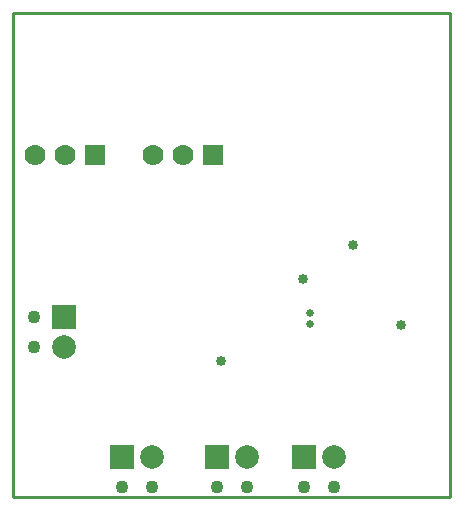
<source format=gbs>
G04*
G04 #@! TF.GenerationSoftware,Altium Limited,Altium Designer,24.6.1 (21)*
G04*
G04 Layer_Color=16711935*
%FSLAX44Y44*%
%MOMM*%
G71*
G04*
G04 #@! TF.SameCoordinates,BDBC2BC3-1C69-4059-88BB-952B3CEC59DC*
G04*
G04*
G04 #@! TF.FilePolarity,Negative*
G04*
G01*
G75*
%ADD14C,0.2540*%
%ADD69C,2.0032*%
%ADD70R,2.0032X2.0032*%
%ADD71C,1.1000*%
%ADD72C,1.7780*%
%ADD73R,1.7780X1.7780*%
%ADD74R,2.0032X2.0032*%
%ADD75C,0.8532*%
%ADD76C,0.6532*%
D14*
X523000Y1586000D02*
X893000D01*
X523000Y1996000D02*
X893000D01*
Y1586000D02*
Y1996000D01*
X523000Y1586000D02*
Y1996000D01*
D69*
X641400Y1620000D02*
D03*
X721400D02*
D03*
X795400D02*
D03*
X567000Y1713000D02*
D03*
D70*
X616000Y1620000D02*
D03*
X696000D02*
D03*
X770000D02*
D03*
D71*
X641400Y1594600D02*
D03*
X616000D02*
D03*
X721400D02*
D03*
X696000D02*
D03*
X795400D02*
D03*
X770000D02*
D03*
X541600Y1713000D02*
D03*
Y1738400D02*
D03*
D72*
X642200Y1876000D02*
D03*
X667600D02*
D03*
X542200D02*
D03*
X567600D02*
D03*
D73*
X693000D02*
D03*
X593000D02*
D03*
D74*
X567000Y1738400D02*
D03*
D75*
X699750Y1701750D02*
D03*
X811000Y1800000D02*
D03*
X769000Y1771000D02*
D03*
X852065Y1731941D02*
D03*
D76*
X775000Y1733000D02*
D03*
Y1742000D02*
D03*
M02*

</source>
